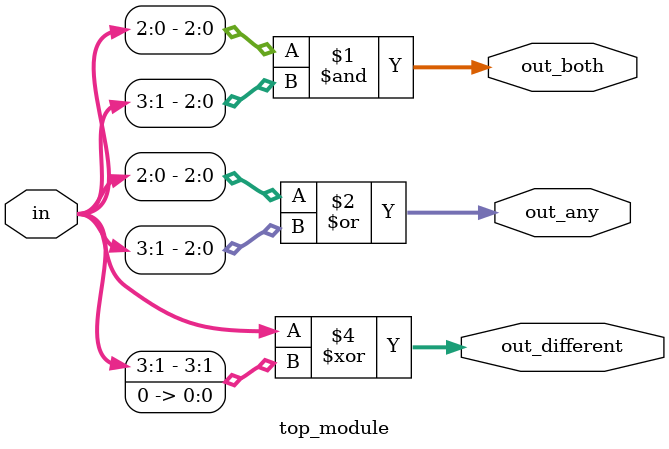
<source format=sv>
module top_module (
  input [3:0] in,
  output [2:0] out_both,
  output [3:0] out_any,
  output [3:0] out_different
);

  assign out_both = in[2:0] & in[3:1];
  assign out_any = in[2:0] | in[3:1];
  assign out_different = in ^ (in[3:1] << 1'b1);

endmodule

</source>
